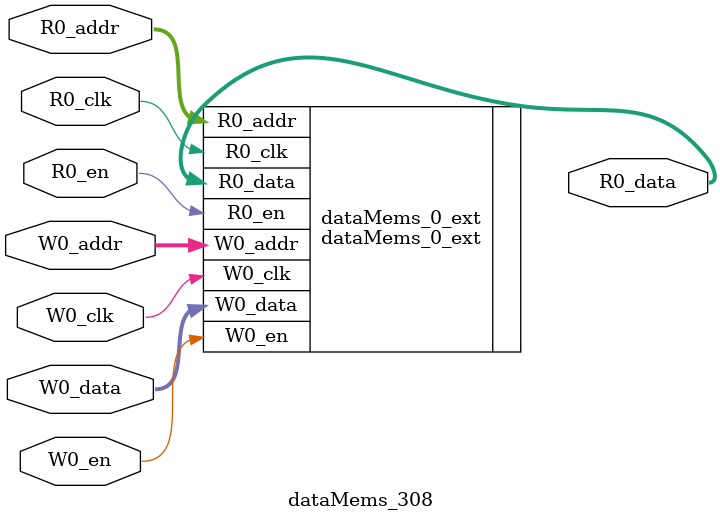
<source format=sv>
`ifndef RANDOMIZE
  `ifdef RANDOMIZE_REG_INIT
    `define RANDOMIZE
  `endif // RANDOMIZE_REG_INIT
`endif // not def RANDOMIZE
`ifndef RANDOMIZE
  `ifdef RANDOMIZE_MEM_INIT
    `define RANDOMIZE
  `endif // RANDOMIZE_MEM_INIT
`endif // not def RANDOMIZE

`ifndef RANDOM
  `define RANDOM $random
`endif // not def RANDOM

// Users can define 'PRINTF_COND' to add an extra gate to prints.
`ifndef PRINTF_COND_
  `ifdef PRINTF_COND
    `define PRINTF_COND_ (`PRINTF_COND)
  `else  // PRINTF_COND
    `define PRINTF_COND_ 1
  `endif // PRINTF_COND
`endif // not def PRINTF_COND_

// Users can define 'ASSERT_VERBOSE_COND' to add an extra gate to assert error printing.
`ifndef ASSERT_VERBOSE_COND_
  `ifdef ASSERT_VERBOSE_COND
    `define ASSERT_VERBOSE_COND_ (`ASSERT_VERBOSE_COND)
  `else  // ASSERT_VERBOSE_COND
    `define ASSERT_VERBOSE_COND_ 1
  `endif // ASSERT_VERBOSE_COND
`endif // not def ASSERT_VERBOSE_COND_

// Users can define 'STOP_COND' to add an extra gate to stop conditions.
`ifndef STOP_COND_
  `ifdef STOP_COND
    `define STOP_COND_ (`STOP_COND)
  `else  // STOP_COND
    `define STOP_COND_ 1
  `endif // STOP_COND
`endif // not def STOP_COND_

// Users can define INIT_RANDOM as general code that gets injected into the
// initializer block for modules with registers.
`ifndef INIT_RANDOM
  `define INIT_RANDOM
`endif // not def INIT_RANDOM

// If using random initialization, you can also define RANDOMIZE_DELAY to
// customize the delay used, otherwise 0.002 is used.
`ifndef RANDOMIZE_DELAY
  `define RANDOMIZE_DELAY 0.002
`endif // not def RANDOMIZE_DELAY

// Define INIT_RANDOM_PROLOG_ for use in our modules below.
`ifndef INIT_RANDOM_PROLOG_
  `ifdef RANDOMIZE
    `ifdef VERILATOR
      `define INIT_RANDOM_PROLOG_ `INIT_RANDOM
    `else  // VERILATOR
      `define INIT_RANDOM_PROLOG_ `INIT_RANDOM #`RANDOMIZE_DELAY begin end
    `endif // VERILATOR
  `else  // RANDOMIZE
    `define INIT_RANDOM_PROLOG_
  `endif // RANDOMIZE
`endif // not def INIT_RANDOM_PROLOG_

// Include register initializers in init blocks unless synthesis is set
`ifndef SYNTHESIS
  `ifndef ENABLE_INITIAL_REG_
    `define ENABLE_INITIAL_REG_
  `endif // not def ENABLE_INITIAL_REG_
`endif // not def SYNTHESIS

// Include rmemory initializers in init blocks unless synthesis is set
`ifndef SYNTHESIS
  `ifndef ENABLE_INITIAL_MEM_
    `define ENABLE_INITIAL_MEM_
  `endif // not def ENABLE_INITIAL_MEM_
`endif // not def SYNTHESIS

module dataMems_308(	// @[generators/ara/src/main/scala/UnsafeAXI4ToTL.scala:365:62]
  input  [4:0]  R0_addr,
  input         R0_en,
  input         R0_clk,
  output [66:0] R0_data,
  input  [4:0]  W0_addr,
  input         W0_en,
  input         W0_clk,
  input  [66:0] W0_data
);

  dataMems_0_ext dataMems_0_ext (	// @[generators/ara/src/main/scala/UnsafeAXI4ToTL.scala:365:62]
    .R0_addr (R0_addr),
    .R0_en   (R0_en),
    .R0_clk  (R0_clk),
    .R0_data (R0_data),
    .W0_addr (W0_addr),
    .W0_en   (W0_en),
    .W0_clk  (W0_clk),
    .W0_data (W0_data)
  );
endmodule


</source>
